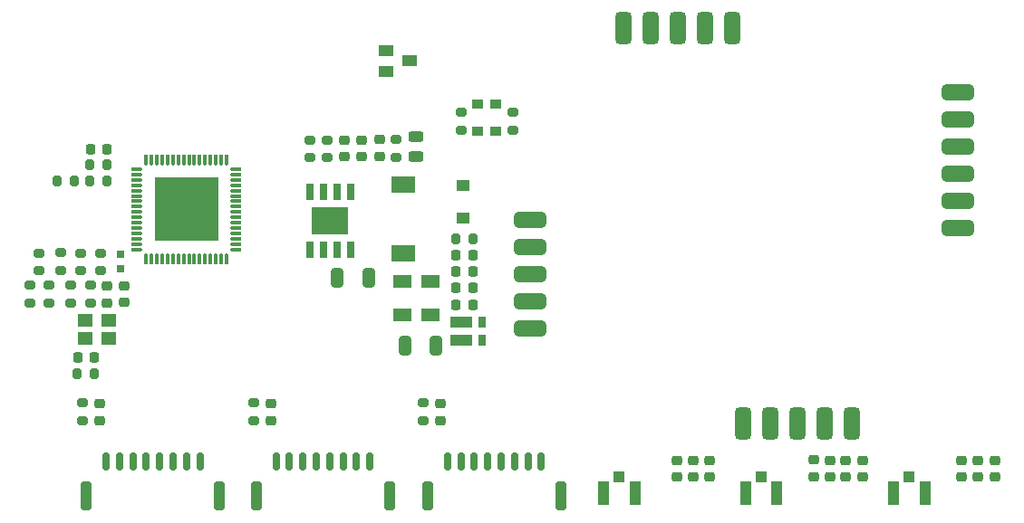
<source format=gtp>
G04 #@! TF.GenerationSoftware,KiCad,Pcbnew,8.0.0-rc1*
G04 #@! TF.CreationDate,2025-03-27T12:12:56+03:00*
G04 #@! TF.ProjectId,GSM_CT_V1.0,47534d5f-4354-45f5-9631-2e302e6b6963,rev?*
G04 #@! TF.SameCoordinates,Original*
G04 #@! TF.FileFunction,Paste,Top*
G04 #@! TF.FilePolarity,Positive*
%FSLAX46Y46*%
G04 Gerber Fmt 4.6, Leading zero omitted, Abs format (unit mm)*
G04 Created by KiCad (PCBNEW 8.0.0-rc1) date 2025-03-27 12:12:56*
%MOMM*%
%LPD*%
G01*
G04 APERTURE LIST*
G04 Aperture macros list*
%AMRoundRect*
0 Rectangle with rounded corners*
0 $1 Rounding radius*
0 $2 $3 $4 $5 $6 $7 $8 $9 X,Y pos of 4 corners*
0 Add a 4 corners polygon primitive as box body*
4,1,4,$2,$3,$4,$5,$6,$7,$8,$9,$2,$3,0*
0 Add four circle primitives for the rounded corners*
1,1,$1+$1,$2,$3*
1,1,$1+$1,$4,$5*
1,1,$1+$1,$6,$7*
1,1,$1+$1,$8,$9*
0 Add four rect primitives between the rounded corners*
20,1,$1+$1,$2,$3,$4,$5,0*
20,1,$1+$1,$4,$5,$6,$7,0*
20,1,$1+$1,$6,$7,$8,$9,0*
20,1,$1+$1,$8,$9,$2,$3,0*%
%AMFreePoly0*
4,1,12,-0.135000,0.500000,0.135000,0.500000,0.135000,-0.365000,0.124724,-0.416662,0.095459,-0.460459,0.051662,-0.489724,0.000000,-0.500000,-0.051662,-0.489724,-0.095459,-0.460459,-0.124724,-0.416662,-0.135000,-0.365000,-0.135000,0.500000,-0.135000,0.500000,$1*%
%AMFreePoly1*
4,1,5,3.000000,-3.000000,-3.000000,-3.000000,-3.000000,3.000000,3.000000,3.000000,3.000000,-3.000000,3.000000,-3.000000,$1*%
G04 Aperture macros list end*
%ADD10RoundRect,0.225000X-0.225000X-0.250000X0.225000X-0.250000X0.225000X0.250000X-0.225000X0.250000X0*%
%ADD11RoundRect,0.225000X-0.250000X0.225000X-0.250000X-0.225000X0.250000X-0.225000X0.250000X0.225000X0*%
%ADD12RoundRect,0.150000X-0.150000X-0.700000X0.150000X-0.700000X0.150000X0.700000X-0.150000X0.700000X0*%
%ADD13RoundRect,0.250000X-0.250000X-1.100000X0.250000X-1.100000X0.250000X1.100000X-0.250000X1.100000X0*%
%ADD14RoundRect,0.200000X0.275000X-0.200000X0.275000X0.200000X-0.275000X0.200000X-0.275000X-0.200000X0*%
%ADD15RoundRect,0.225000X0.225000X0.250000X-0.225000X0.250000X-0.225000X-0.250000X0.225000X-0.250000X0*%
%ADD16RoundRect,0.200000X0.200000X0.275000X-0.200000X0.275000X-0.200000X-0.275000X0.200000X-0.275000X0*%
%ADD17R,1.400000X1.000000*%
%ADD18R,2.200000X1.600000*%
%ADD19R,1.220000X1.120000*%
%ADD20RoundRect,0.200000X-0.200000X-0.275000X0.200000X-0.275000X0.200000X0.275000X-0.200000X0.275000X0*%
%ADD21R,2.000000X1.100000*%
%ADD22R,0.800000X1.100000*%
%ADD23FreePoly0,270.000000*%
%ADD24FreePoly0,0.000000*%
%ADD25FreePoly0,90.000000*%
%ADD26FreePoly0,180.000000*%
%ADD27FreePoly1,270.000000*%
%ADD28RoundRect,0.243750X-0.456250X0.243750X-0.456250X-0.243750X0.456250X-0.243750X0.456250X0.243750X0*%
%ADD29R,1.400000X1.200000*%
%ADD30R,1.000000X0.850000*%
%ADD31RoundRect,0.225000X0.250000X-0.225000X0.250000X0.225000X-0.250000X0.225000X-0.250000X-0.225000X0*%
%ADD32RoundRect,0.200000X-0.275000X0.200000X-0.275000X-0.200000X0.275000X-0.200000X0.275000X0.200000X0*%
%ADD33RoundRect,0.250000X0.325000X0.650000X-0.325000X0.650000X-0.325000X-0.650000X0.325000X-0.650000X0*%
%ADD34RoundRect,0.218750X-0.256250X0.218750X-0.256250X-0.218750X0.256250X-0.218750X0.256250X0.218750X0*%
%ADD35RoundRect,0.250000X-0.325000X-0.650000X0.325000X-0.650000X0.325000X0.650000X-0.325000X0.650000X0*%
%ADD36R,1.800000X1.230000*%
%ADD37RoundRect,0.375000X1.125000X0.375000X-1.125000X0.375000X-1.125000X-0.375000X1.125000X-0.375000X0*%
%ADD38RoundRect,0.375000X-0.375000X1.125000X-0.375000X-1.125000X0.375000X-1.125000X0.375000X1.125000X0*%
%ADD39R,1.000000X1.050000*%
%ADD40R,1.050000X2.200000*%
%ADD41R,0.700000X0.650000*%
%ADD42R,0.700000X1.525000*%
%ADD43R,3.450000X2.560000*%
G04 APERTURE END LIST*
D10*
X103490000Y-98340000D03*
X105040000Y-98340000D03*
D11*
X138380000Y-114437500D03*
X138380000Y-115987500D03*
D12*
X102685000Y-114600000D03*
X103935000Y-114600000D03*
X105185000Y-114600000D03*
X106435000Y-114600000D03*
X107685000Y-114600000D03*
X108935000Y-114600000D03*
X110185000Y-114600000D03*
X111435000Y-114600000D03*
D13*
X100835000Y-117800000D03*
X113285000Y-117800000D03*
D12*
X70785000Y-114600000D03*
X72035000Y-114600000D03*
X73285000Y-114600000D03*
X74535000Y-114600000D03*
X75785000Y-114600000D03*
X77035000Y-114600000D03*
X78285000Y-114600000D03*
X79535000Y-114600000D03*
D13*
X68935000Y-117800000D03*
X81385000Y-117800000D03*
D10*
X103485000Y-96820000D03*
X105035000Y-96820000D03*
D14*
X67440000Y-99735000D03*
X67440000Y-98085000D03*
D15*
X69655000Y-104810000D03*
X68105000Y-104810000D03*
D16*
X69695000Y-106320000D03*
X68045000Y-106320000D03*
D17*
X96945980Y-76130000D03*
X96945980Y-78030000D03*
X99145980Y-77080000D03*
D18*
X98557500Y-88687500D03*
X98557500Y-95087500D03*
D19*
X104107500Y-88722500D03*
X104107500Y-91822500D03*
D20*
X66185000Y-88330000D03*
X67835000Y-88330000D03*
D21*
X104000000Y-103230000D03*
D22*
X105900000Y-103230000D03*
D23*
X82870000Y-94710000D03*
X82870000Y-94210000D03*
X82870000Y-93710000D03*
X82870000Y-93210000D03*
X82870000Y-92710000D03*
X82870000Y-92210000D03*
X82870000Y-91710000D03*
X82870000Y-91210000D03*
X82870000Y-90710000D03*
X82870000Y-90210000D03*
X82870000Y-89710000D03*
X82870000Y-89210000D03*
X82870000Y-88710000D03*
X82870000Y-88210000D03*
X82870000Y-87710000D03*
X82870000Y-87210000D03*
D24*
X82020000Y-86360000D03*
X81520000Y-86360000D03*
X81020000Y-86360000D03*
X80520000Y-86360000D03*
X80020000Y-86360000D03*
X79520000Y-86360000D03*
X79020000Y-86360000D03*
X78520000Y-86360000D03*
X78020000Y-86360000D03*
X77520000Y-86360000D03*
X77020000Y-86360000D03*
X76520000Y-86360000D03*
X76020000Y-86360000D03*
X75520000Y-86360000D03*
X75020000Y-86360000D03*
X74520000Y-86360000D03*
D25*
X73670000Y-87210000D03*
X73670000Y-87710000D03*
X73670000Y-88210000D03*
X73670000Y-88710000D03*
X73670000Y-89210000D03*
X73670000Y-89710000D03*
X73670000Y-90210000D03*
X73670000Y-90710000D03*
X73670000Y-91210000D03*
X73670000Y-91710000D03*
X73670000Y-92210000D03*
X73670000Y-92710000D03*
X73670000Y-93210000D03*
X73670000Y-93710000D03*
X73670000Y-94210000D03*
X73670000Y-94710000D03*
D26*
X74520000Y-95560000D03*
X75020000Y-95560000D03*
X75520000Y-95560000D03*
X76020000Y-95560000D03*
X76520000Y-95560000D03*
X77020000Y-95560000D03*
X77520000Y-95560000D03*
X78020000Y-95560000D03*
X78520000Y-95560000D03*
X79020000Y-95560000D03*
X79520000Y-95560000D03*
X80020000Y-95560000D03*
X80520000Y-95560000D03*
X81020000Y-95560000D03*
X81520000Y-95560000D03*
X82020000Y-95560000D03*
D27*
X78270000Y-90960000D03*
D12*
X86665000Y-114600000D03*
X87915000Y-114600000D03*
X89165000Y-114600000D03*
X90415000Y-114600000D03*
X91665000Y-114600000D03*
X92915000Y-114600000D03*
X94165000Y-114600000D03*
X95415000Y-114600000D03*
D13*
X84815000Y-117800000D03*
X97265000Y-117800000D03*
D15*
X70850000Y-85310000D03*
X69300000Y-85310000D03*
D11*
X150715000Y-114455000D03*
X150715000Y-116005000D03*
D14*
X68380000Y-96700000D03*
X68380000Y-95050000D03*
D28*
X99727500Y-84135000D03*
X99727500Y-86010000D03*
D29*
X68860000Y-103080000D03*
X71060000Y-103080000D03*
X71060000Y-101380000D03*
X68860000Y-101380000D03*
D30*
X105510000Y-83625000D03*
X107210000Y-83625000D03*
X107210000Y-81075000D03*
X105510000Y-81075000D03*
D14*
X70290000Y-96700000D03*
X70290000Y-95050000D03*
D11*
X96332500Y-84452500D03*
X96332500Y-86002500D03*
D31*
X72440000Y-99695000D03*
X72440000Y-98145000D03*
D11*
X141430000Y-114440000D03*
X141430000Y-115990000D03*
D21*
X104000000Y-101530000D03*
D22*
X105900000Y-101530000D03*
D31*
X152250000Y-115985000D03*
X152250000Y-114435000D03*
D32*
X68600000Y-109067500D03*
X68600000Y-110717500D03*
D33*
X101625000Y-103760000D03*
X98675000Y-103760000D03*
D14*
X97897500Y-86077500D03*
X97897500Y-84427500D03*
X103940000Y-83545000D03*
X103940000Y-81895000D03*
X69310000Y-99740000D03*
X69310000Y-98090000D03*
D11*
X94632500Y-84482500D03*
X94632500Y-86032500D03*
D16*
X70880000Y-88350000D03*
X69230000Y-88350000D03*
D11*
X124070000Y-114445000D03*
X124070000Y-115995000D03*
D34*
X70870000Y-98142500D03*
X70870000Y-99717500D03*
D35*
X92350000Y-97330000D03*
X95300000Y-97330000D03*
D31*
X139900000Y-115985000D03*
X139900000Y-114435000D03*
X125610000Y-115990000D03*
X125610000Y-114440000D03*
D14*
X66500000Y-96690000D03*
X66500000Y-95040000D03*
D36*
X101060000Y-97680000D03*
X98440000Y-97680000D03*
D10*
X103485000Y-99880000D03*
X105035000Y-99880000D03*
D14*
X63620000Y-99740000D03*
X63620000Y-98090000D03*
D32*
X100420000Y-109065000D03*
X100420000Y-110715000D03*
D14*
X89812500Y-86122500D03*
X89812500Y-84472500D03*
D20*
X69240000Y-86830000D03*
X70890000Y-86830000D03*
D37*
X110360000Y-102150000D03*
X110360000Y-99610000D03*
X110360000Y-97070000D03*
X110360000Y-94530000D03*
X110360000Y-91990000D03*
D38*
X119150000Y-74040000D03*
X121690000Y-74040000D03*
X124230000Y-74040000D03*
X126770000Y-74040000D03*
X129310000Y-74040000D03*
D37*
X150370000Y-80020000D03*
X150370000Y-82560000D03*
X150370000Y-85100000D03*
X150370000Y-87640000D03*
X150370000Y-90180000D03*
X150370000Y-92720000D03*
D38*
X140460000Y-111040000D03*
X137920000Y-111040000D03*
X135380000Y-111040000D03*
X132840000Y-111040000D03*
X130300000Y-111040000D03*
D11*
X127160000Y-114450000D03*
X127160000Y-116000000D03*
D39*
X131985000Y-116000000D03*
D40*
X133460000Y-117525000D03*
X130510000Y-117525000D03*
D39*
X145795000Y-116000000D03*
D40*
X147270000Y-117525000D03*
X144320000Y-117525000D03*
D14*
X64500000Y-96700000D03*
X64500000Y-95050000D03*
X108750000Y-83555000D03*
X108750000Y-81905000D03*
D39*
X118715000Y-116000000D03*
D40*
X120190000Y-117525000D03*
X117240000Y-117525000D03*
D11*
X153835000Y-114450000D03*
X153835000Y-116000000D03*
D32*
X84610000Y-109065000D03*
X84610000Y-110715000D03*
D41*
X72120000Y-96535000D03*
X72120000Y-95185000D03*
D34*
X136860000Y-114427500D03*
X136860000Y-116002500D03*
D42*
X93617500Y-89307500D03*
X92347500Y-89307500D03*
X91077500Y-89307500D03*
X89807500Y-89307500D03*
X89807500Y-94731500D03*
X91077500Y-94731500D03*
X92347500Y-94731500D03*
X93617500Y-94731500D03*
D43*
X91712500Y-92019500D03*
D36*
X101065000Y-100855000D03*
X98445000Y-100855000D03*
D14*
X65470000Y-99730000D03*
X65470000Y-98080000D03*
D34*
X86207500Y-109135000D03*
X86207500Y-110710000D03*
X70200000Y-109135000D03*
X70200000Y-110710000D03*
D20*
X103435000Y-93745000D03*
X105085000Y-93745000D03*
D10*
X103485000Y-95290000D03*
X105035000Y-95290000D03*
D14*
X91442500Y-86142500D03*
X91442500Y-84492500D03*
D34*
X102020000Y-109135000D03*
X102020000Y-110710000D03*
D11*
X93062500Y-84512500D03*
X93062500Y-86062500D03*
M02*

</source>
